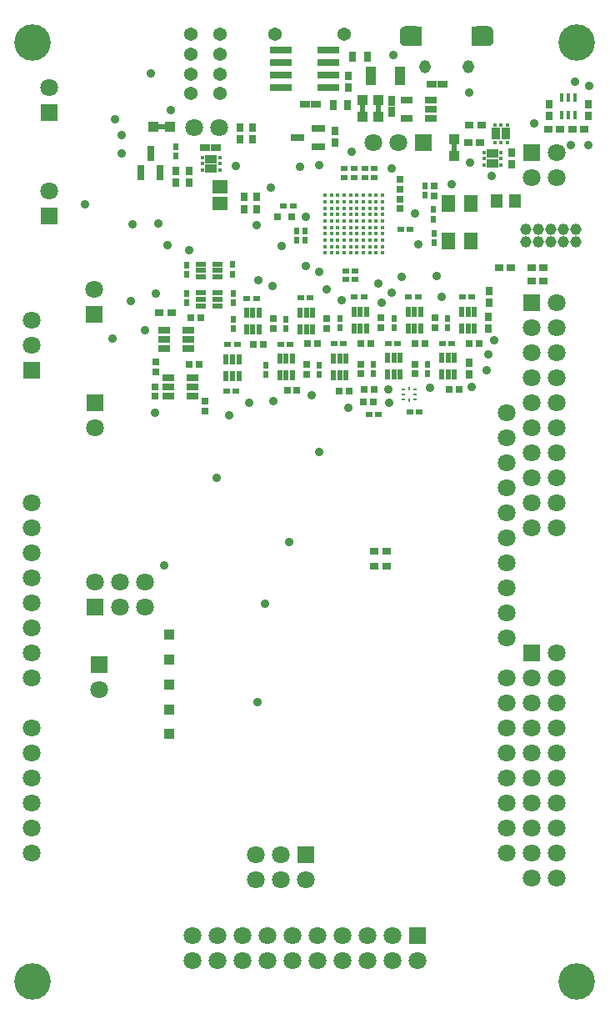
<source format=gbs>
G04 Layer_Color=16711935*
%FSLAX43Y43*%
%MOMM*%
G71*
G01*
G75*
%ADD96R,0.400X0.250*%
%ADD97R,0.250X0.400*%
%ADD115R,0.510X0.900*%
%ADD116R,0.900X0.510*%
%ADD119R,0.700X1.000*%
%ADD120R,1.000X0.700*%
%ADD121R,0.750X0.900*%
%ADD122R,0.900X0.750*%
%ADD126R,1.600X1.450*%
%ADD127R,1.050X1.100*%
%ADD129R,1.100X1.050*%
%ADD130R,0.650X0.700*%
%ADD132R,0.600X0.750*%
%ADD133R,0.800X0.800*%
%ADD134R,0.700X0.650*%
%ADD141R,0.500X1.100*%
%ADD151C,1.370*%
%ADD154C,3.700*%
%ADD156R,1.800X1.800*%
%ADD157C,1.800*%
%ADD158R,1.800X1.800*%
%ADD159C,1.150*%
G04:AMPARAMS|DCode=160|XSize=2.2mm|YSize=2mm|CornerRadius=0.544mm|HoleSize=0mm|Usage=FLASHONLY|Rotation=0.000|XOffset=0mm|YOffset=0mm|HoleType=Round|Shape=RoundedRectangle|*
%AMROUNDEDRECTD160*
21,1,2.200,0.912,0,0,0.0*
21,1,1.112,2.000,0,0,0.0*
1,1,1.088,0.556,-0.456*
1,1,1.088,-0.556,-0.456*
1,1,1.088,-0.556,0.456*
1,1,1.088,0.556,0.456*
%
%ADD160ROUNDEDRECTD160*%
G04:AMPARAMS|DCode=161|XSize=1.15mm|YSize=1.35mm|CornerRadius=0.575mm|HoleSize=0mm|Usage=FLASHONLY|Rotation=180.000|XOffset=0mm|YOffset=0mm|HoleType=Round|Shape=RoundedRectangle|*
%AMROUNDEDRECTD161*
21,1,1.150,0.200,0,0,180.0*
21,1,0.000,1.350,0,0,180.0*
1,1,1.150,0.000,0.100*
1,1,1.150,0.000,0.100*
1,1,1.150,0.000,-0.100*
1,1,1.150,0.000,-0.100*
%
%ADD161ROUNDEDRECTD161*%
%ADD163C,0.900*%
%ADD164R,1.100X0.500*%
%ADD165R,1.150X0.700*%
%ADD166R,0.750X0.600*%
%ADD167R,0.820X1.150*%
%ADD168R,0.450X0.400*%
%ADD169R,0.800X1.000*%
%ADD170R,1.150X0.820*%
%ADD171R,0.400X0.450*%
%ADD172R,1.050X1.850*%
%ADD173R,1.300X1.450*%
%ADD174R,0.700X1.500*%
%ADD175R,0.450X0.950*%
%ADD176R,1.400X0.700*%
%ADD177R,2.300X0.700*%
%ADD178R,1.150X0.750*%
%ADD179C,0.380*%
%ADD180R,1.400X1.700*%
%ADD181R,1.100X1.100*%
%ADD182R,1.100X1.100*%
G36*
X41810Y99324D02*
X41819Y99321D01*
X41828Y99317D01*
X41836Y99311D01*
X41842Y99303D01*
X41846Y99294D01*
X41849Y99285D01*
X41850Y99275D01*
Y97375D01*
X41849Y97365D01*
X41846Y97356D01*
X41842Y97347D01*
X41836Y97339D01*
X41828Y97333D01*
X41819Y97329D01*
X41810Y97326D01*
X41800Y97325D01*
X40200D01*
X40198Y97325D01*
X40196Y97325D01*
X40148Y97329D01*
X40147Y97329D01*
X40145Y97329D01*
X40092Y97336D01*
X40089Y97337D01*
X40085Y97338D01*
X40032Y97353D01*
X40030Y97353D01*
X40028Y97354D01*
X39985Y97370D01*
X39983Y97371D01*
X39981Y97372D01*
X39939Y97392D01*
X39937Y97393D01*
X39934Y97395D01*
X39890Y97423D01*
X39888Y97424D01*
X39887Y97425D01*
X39849Y97454D01*
X39847Y97455D01*
X39846Y97456D01*
X39807Y97490D01*
X39804Y97493D01*
X39801Y97496D01*
X39772Y97532D01*
X39771Y97533D01*
X39771Y97534D01*
X39743Y97571D01*
X39741Y97573D01*
X39740Y97576D01*
X39716Y97617D01*
X39715Y97619D01*
X39714Y97620D01*
X39694Y97662D01*
X39693Y97664D01*
X39692Y97666D01*
X39676Y97708D01*
X39675Y97711D01*
X39674Y97714D01*
X39662Y97765D01*
X39662Y97767D01*
X39661Y97769D01*
X39654Y97814D01*
X39654Y97816D01*
X39654Y97818D01*
X39650Y97871D01*
X39650Y97873D01*
X39650Y97875D01*
Y98775D01*
X39650Y98777D01*
X39650Y98779D01*
X39654Y98834D01*
X39654Y98836D01*
X39655Y98839D01*
X39663Y98884D01*
X39663Y98885D01*
X39663Y98887D01*
X39675Y98937D01*
X39676Y98940D01*
X39677Y98944D01*
X39693Y98984D01*
X39706Y99016D01*
X39708Y99020D01*
X39710Y99023D01*
X39735Y99066D01*
X39736Y99068D01*
X39737Y99070D01*
X39763Y99107D01*
X39764Y99108D01*
X39765Y99110D01*
X39796Y99148D01*
X39799Y99150D01*
X39801Y99153D01*
X39846Y99194D01*
X39848Y99196D01*
X39850Y99197D01*
X39890Y99227D01*
X39892Y99228D01*
X39893Y99229D01*
X39939Y99258D01*
X39942Y99260D01*
X39945Y99262D01*
X39998Y99286D01*
X40001Y99287D01*
X40005Y99288D01*
X40092Y99314D01*
X40097Y99315D01*
X40101Y99316D01*
X40101Y99316D01*
X40101Y99316D01*
X40101D01*
X40195Y99325D01*
X40198Y99325D01*
X40200Y99325D01*
X41800D01*
X41810Y99324D01*
D02*
G37*
G36*
X48602Y99325D02*
X48604Y99325D01*
X48652Y99321D01*
X48653Y99321D01*
X48655Y99321D01*
X48708Y99314D01*
X48711Y99313D01*
X48715Y99312D01*
X48768Y99297D01*
X48770Y99297D01*
X48772Y99296D01*
X48815Y99280D01*
X48817Y99279D01*
X48819Y99278D01*
X48861Y99258D01*
X48863Y99257D01*
X48866Y99255D01*
X48910Y99227D01*
X48912Y99226D01*
X48913Y99225D01*
X48951Y99196D01*
X48953Y99195D01*
X48954Y99194D01*
X48993Y99160D01*
X48996Y99157D01*
X48999Y99154D01*
X49028Y99118D01*
X49029Y99117D01*
X49029Y99116D01*
X49057Y99079D01*
X49059Y99077D01*
X49060Y99074D01*
X49084Y99033D01*
X49085Y99031D01*
X49086Y99030D01*
X49106Y98988D01*
X49107Y98986D01*
X49108Y98984D01*
X49124Y98942D01*
X49125Y98939D01*
X49126Y98936D01*
X49138Y98885D01*
X49138Y98883D01*
X49139Y98881D01*
X49146Y98836D01*
X49146Y98834D01*
X49146Y98832D01*
X49150Y98779D01*
X49150Y98777D01*
X49150Y98775D01*
Y97875D01*
X49150Y97873D01*
X49150Y97871D01*
X49146Y97816D01*
X49146Y97814D01*
X49145Y97811D01*
X49137Y97766D01*
X49137Y97765D01*
X49137Y97763D01*
X49125Y97713D01*
X49124Y97710D01*
X49123Y97706D01*
X49107Y97666D01*
X49094Y97634D01*
X49092Y97630D01*
X49090Y97627D01*
X49065Y97584D01*
X49064Y97582D01*
X49063Y97580D01*
X49037Y97543D01*
X49036Y97542D01*
X49035Y97540D01*
X49004Y97502D01*
X49001Y97500D01*
X48999Y97497D01*
X48954Y97456D01*
X48952Y97454D01*
X48950Y97453D01*
X48910Y97423D01*
X48908Y97422D01*
X48907Y97421D01*
X48861Y97392D01*
X48858Y97390D01*
X48855Y97388D01*
X48802Y97364D01*
X48799Y97363D01*
X48795Y97362D01*
X48708Y97336D01*
X48703Y97335D01*
X48699Y97334D01*
X48699Y97334D01*
X48699Y97334D01*
X48699D01*
X48605Y97325D01*
X48602Y97325D01*
X48600Y97325D01*
X47000D01*
X46990Y97326D01*
X46981Y97329D01*
X46972Y97333D01*
X46964Y97339D01*
X46958Y97347D01*
X46954Y97356D01*
X46951Y97365D01*
X46950Y97375D01*
Y99275D01*
X46951Y99285D01*
X46954Y99294D01*
X46958Y99303D01*
X46964Y99311D01*
X46972Y99317D01*
X46981Y99321D01*
X46990Y99324D01*
X47000Y99325D01*
X48600D01*
X48602Y99325D01*
D02*
G37*
D96*
X41230Y61950D02*
D03*
Y62450D02*
D03*
Y61450D02*
D03*
X40020D02*
D03*
Y62450D02*
D03*
Y61950D02*
D03*
D97*
X40625Y61350D02*
D03*
Y62550D02*
D03*
D115*
X45195Y86987D02*
D03*
X35855Y91000D02*
D03*
X37455D02*
D03*
D116*
X15488Y89145D02*
D03*
D119*
X38850Y91750D02*
D03*
Y90650D02*
D03*
D120*
X20950Y87035D02*
D03*
X19850D02*
D03*
X42850Y93450D02*
D03*
X43950D02*
D03*
X30000Y91400D02*
D03*
X31100D02*
D03*
D121*
X34400Y93100D02*
D03*
Y94300D02*
D03*
X16862Y83435D02*
D03*
Y84635D02*
D03*
X48675Y68650D02*
D03*
Y69850D02*
D03*
X46650Y63975D02*
D03*
Y65175D02*
D03*
X24675Y89050D02*
D03*
Y87850D02*
D03*
X23400Y87850D02*
D03*
Y89050D02*
D03*
X33050Y88738D02*
D03*
Y87537D02*
D03*
X54800Y91400D02*
D03*
Y90200D02*
D03*
X58800Y90200D02*
D03*
Y91400D02*
D03*
X18212Y83435D02*
D03*
Y84635D02*
D03*
X23800Y81975D02*
D03*
Y80775D02*
D03*
X25100Y80775D02*
D03*
Y81975D02*
D03*
X51050Y86525D02*
D03*
Y85325D02*
D03*
X48700Y72488D02*
D03*
Y71287D02*
D03*
D122*
X37075Y44500D02*
D03*
X38275D02*
D03*
X15225Y70225D02*
D03*
X16425D02*
D03*
X58400Y88900D02*
D03*
X57200D02*
D03*
X55900D02*
D03*
X54700D02*
D03*
X53000Y73500D02*
D03*
X54200D02*
D03*
X53000Y74800D02*
D03*
X54200D02*
D03*
X49763D02*
D03*
X50963D02*
D03*
X47775Y87550D02*
D03*
X46575D02*
D03*
X46725Y89300D02*
D03*
X47925D02*
D03*
X37075Y46000D02*
D03*
X38275D02*
D03*
D126*
X21388Y82988D02*
D03*
Y81338D02*
D03*
D127*
X45200Y87838D02*
D03*
Y86137D02*
D03*
X35850Y90150D02*
D03*
Y91850D02*
D03*
X37450Y90150D02*
D03*
Y91850D02*
D03*
D129*
X14637Y89150D02*
D03*
X16337D02*
D03*
D130*
X30200Y64975D02*
D03*
Y63975D02*
D03*
X35650Y64025D02*
D03*
Y65025D02*
D03*
X37725Y69750D02*
D03*
Y68750D02*
D03*
X32250Y68675D02*
D03*
Y69675D02*
D03*
X26800Y69625D02*
D03*
Y68625D02*
D03*
X43225Y68750D02*
D03*
Y69750D02*
D03*
X14738Y61750D02*
D03*
Y62750D02*
D03*
X41225Y64025D02*
D03*
Y65025D02*
D03*
X39700Y83800D02*
D03*
Y82800D02*
D03*
Y80800D02*
D03*
Y81800D02*
D03*
X43104Y83134D02*
D03*
Y82134D02*
D03*
X19875Y61237D02*
D03*
Y60237D02*
D03*
X14875Y64213D02*
D03*
Y65213D02*
D03*
D132*
X31475Y64950D02*
D03*
Y64000D02*
D03*
X17975Y71225D02*
D03*
Y72175D02*
D03*
X22700Y72175D02*
D03*
Y71225D02*
D03*
X33550Y69675D02*
D03*
Y68725D02*
D03*
X22712Y69550D02*
D03*
Y68600D02*
D03*
X28075Y69600D02*
D03*
Y68650D02*
D03*
X17975Y74150D02*
D03*
Y75100D02*
D03*
X22625Y75125D02*
D03*
Y74175D02*
D03*
X44500Y69675D02*
D03*
Y68725D02*
D03*
X42475Y65000D02*
D03*
Y64050D02*
D03*
X36975Y65000D02*
D03*
Y64050D02*
D03*
X39050Y69675D02*
D03*
Y68725D02*
D03*
X43135Y77370D02*
D03*
Y78320D02*
D03*
X43093Y80701D02*
D03*
Y79751D02*
D03*
X42204Y83109D02*
D03*
Y82159D02*
D03*
X30000Y78575D02*
D03*
Y77625D02*
D03*
X29125Y78575D02*
D03*
Y77625D02*
D03*
X16862Y86162D02*
D03*
Y87113D02*
D03*
X26025Y64900D02*
D03*
Y63950D02*
D03*
D133*
X27225Y80000D02*
D03*
X28625D02*
D03*
D134*
X29200Y62375D02*
D03*
X28200D02*
D03*
X34513Y62288D02*
D03*
X33513D02*
D03*
X36725Y67150D02*
D03*
X35725D02*
D03*
X25800Y67025D02*
D03*
X24800D02*
D03*
X31250Y67075D02*
D03*
X30250D02*
D03*
X47675Y67150D02*
D03*
X46675D02*
D03*
X19450Y69725D02*
D03*
X18450D02*
D03*
X45650Y62475D02*
D03*
X44650D02*
D03*
X42225Y67150D02*
D03*
X41225D02*
D03*
X19250Y65025D02*
D03*
X18250D02*
D03*
X36000Y62450D02*
D03*
X37000D02*
D03*
X35975Y61175D02*
D03*
X36975D02*
D03*
D141*
X32900Y63925D02*
D03*
X33550D02*
D03*
X34200D02*
D03*
Y65625D02*
D03*
X33550D02*
D03*
X32900D02*
D03*
X34975Y68650D02*
D03*
X35625D02*
D03*
X36275D02*
D03*
Y70350D02*
D03*
X35625D02*
D03*
X34975D02*
D03*
X24050Y68525D02*
D03*
X24700D02*
D03*
X25350D02*
D03*
Y70225D02*
D03*
X24700D02*
D03*
X24050D02*
D03*
X29500Y68575D02*
D03*
X30150D02*
D03*
X30800D02*
D03*
Y70275D02*
D03*
X30150D02*
D03*
X29500D02*
D03*
X45925Y68650D02*
D03*
X46575D02*
D03*
X47225D02*
D03*
Y70350D02*
D03*
X46575D02*
D03*
X45925D02*
D03*
X22000Y63825D02*
D03*
X22650D02*
D03*
X23300D02*
D03*
Y65525D02*
D03*
X22650D02*
D03*
X22000D02*
D03*
X43900Y63975D02*
D03*
X44550D02*
D03*
X45200D02*
D03*
Y65675D02*
D03*
X44550D02*
D03*
X43900D02*
D03*
X38400Y63975D02*
D03*
X39050D02*
D03*
X39700D02*
D03*
Y65675D02*
D03*
X39050D02*
D03*
X38400D02*
D03*
X40475Y68650D02*
D03*
X41125D02*
D03*
X41775D02*
D03*
Y70350D02*
D03*
X41125D02*
D03*
X40475D02*
D03*
X27450Y63875D02*
D03*
X28100D02*
D03*
X28750D02*
D03*
Y65575D02*
D03*
X28100D02*
D03*
X27450D02*
D03*
D151*
X21400Y92500D02*
D03*
Y96500D02*
D03*
X18400Y92500D02*
D03*
X21400Y94500D02*
D03*
X18400D02*
D03*
Y96500D02*
D03*
X21400Y98500D02*
D03*
X18400D02*
D03*
X34000D02*
D03*
X27000D02*
D03*
D154*
X2350Y2350D02*
D03*
X57650D02*
D03*
X2350Y97650D02*
D03*
X57650D02*
D03*
D156*
X9085Y34555D02*
D03*
X8700Y61075D02*
D03*
X8600Y70043D02*
D03*
X4000Y80060D02*
D03*
X53030Y71270D02*
D03*
Y35710D02*
D03*
Y86510D02*
D03*
X4000Y90590D02*
D03*
X2222Y64430D02*
D03*
D157*
X9085Y32015D02*
D03*
X30111Y12710D02*
D03*
X27571D02*
D03*
X25031D02*
D03*
X27571Y15250D02*
D03*
X25031D02*
D03*
X2222Y40790D02*
D03*
Y38250D02*
D03*
Y33170D02*
D03*
Y35710D02*
D03*
Y45870D02*
D03*
Y43330D02*
D03*
Y48410D02*
D03*
Y50950D02*
D03*
X8700Y58535D02*
D03*
X8600Y72582D02*
D03*
X4000Y82600D02*
D03*
X39475Y87475D02*
D03*
X36935D02*
D03*
X18570Y4430D02*
D03*
X28730Y6970D02*
D03*
Y4430D02*
D03*
X26190D02*
D03*
Y6970D02*
D03*
X23650Y4430D02*
D03*
Y6970D02*
D03*
X21110Y4430D02*
D03*
Y6970D02*
D03*
X18570D02*
D03*
X31270D02*
D03*
X33810D02*
D03*
Y4430D02*
D03*
X36350Y6970D02*
D03*
Y4430D02*
D03*
X38890Y6970D02*
D03*
Y4430D02*
D03*
X41430D02*
D03*
X31270D02*
D03*
X55570Y61110D02*
D03*
Y71270D02*
D03*
Y68730D02*
D03*
X53030D02*
D03*
X55570Y66190D02*
D03*
X53030D02*
D03*
X55570Y63650D02*
D03*
X53030D02*
D03*
Y61110D02*
D03*
Y48410D02*
D03*
Y50950D02*
D03*
X55570D02*
D03*
X53030Y53490D02*
D03*
X55570D02*
D03*
X53030Y56030D02*
D03*
X55570D02*
D03*
Y58570D02*
D03*
X53030D02*
D03*
X55570Y48410D02*
D03*
X8635Y42865D02*
D03*
X11175D02*
D03*
X13715D02*
D03*
X11175Y40325D02*
D03*
X13715D02*
D03*
X18730Y89050D02*
D03*
X21270D02*
D03*
X55570Y25550D02*
D03*
Y35710D02*
D03*
Y33170D02*
D03*
X53030D02*
D03*
X55570Y30630D02*
D03*
X53030D02*
D03*
X55570Y28090D02*
D03*
X53030D02*
D03*
Y25550D02*
D03*
Y12850D02*
D03*
Y15390D02*
D03*
X55570D02*
D03*
X53030Y17930D02*
D03*
X55570D02*
D03*
X53030Y20470D02*
D03*
X55570D02*
D03*
Y23010D02*
D03*
X53030D02*
D03*
X55570Y12850D02*
D03*
Y86510D02*
D03*
Y83970D02*
D03*
X53030D02*
D03*
X4000Y93130D02*
D03*
X2222Y66970D02*
D03*
Y69510D02*
D03*
X50482Y60094D02*
D03*
Y57554D02*
D03*
Y37234D02*
D03*
Y39774D02*
D03*
Y44854D02*
D03*
Y42314D02*
D03*
Y52474D02*
D03*
Y55014D02*
D03*
Y49934D02*
D03*
Y47394D02*
D03*
Y25550D02*
D03*
Y28090D02*
D03*
Y33170D02*
D03*
Y30630D02*
D03*
Y20470D02*
D03*
Y23010D02*
D03*
Y17930D02*
D03*
Y15390D02*
D03*
X2222Y28090D02*
D03*
Y25550D02*
D03*
Y20470D02*
D03*
Y23010D02*
D03*
Y15390D02*
D03*
Y17930D02*
D03*
D158*
X30111Y15250D02*
D03*
X42015Y87475D02*
D03*
X41430Y6970D02*
D03*
X8635Y40325D02*
D03*
D159*
X57550Y78695D02*
D03*
X56280D02*
D03*
X55010D02*
D03*
X53740D02*
D03*
Y77425D02*
D03*
X55010D02*
D03*
X56280D02*
D03*
X57550D02*
D03*
X52470D02*
D03*
Y78695D02*
D03*
D160*
X48050Y98325D02*
D03*
X40750D02*
D03*
D161*
X42175Y95200D02*
D03*
X46625D02*
D03*
D163*
X22318Y59820D02*
D03*
X39850Y73850D02*
D03*
X11410Y86438D02*
D03*
X23025Y85150D02*
D03*
X43425Y73938D02*
D03*
X37500Y73200D02*
D03*
X49200Y67425D02*
D03*
X48500Y64363D02*
D03*
X13762Y68475D02*
D03*
X46967Y62725D02*
D03*
X48950Y84100D02*
D03*
X48638Y65988D02*
D03*
X34457Y60634D02*
D03*
X31471Y85213D02*
D03*
X31427Y74378D02*
D03*
X26675Y72925D02*
D03*
X27650Y77025D02*
D03*
X57425Y93700D02*
D03*
X57000Y87225D02*
D03*
X34750Y86562D02*
D03*
X41200Y80350D02*
D03*
X25100Y79150D02*
D03*
X38974Y96441D02*
D03*
X14738Y60125D02*
D03*
X24340Y61077D02*
D03*
X31464Y56117D02*
D03*
X25960Y40738D02*
D03*
X28366Y47000D02*
D03*
X16023Y77127D02*
D03*
X14328Y94557D02*
D03*
X11378Y88257D02*
D03*
X18237Y76582D02*
D03*
X21066Y53500D02*
D03*
X25166Y30700D02*
D03*
X26754Y61234D02*
D03*
X46763Y85475D02*
D03*
X43875Y71875D02*
D03*
X33737Y71475D02*
D03*
X37763Y71250D02*
D03*
X58800Y87275D02*
D03*
X25275Y73525D02*
D03*
X10450Y67655D02*
D03*
X12475Y79200D02*
D03*
X12325Y71425D02*
D03*
X7625Y81275D02*
D03*
X32250Y72575D02*
D03*
X38800Y84925D02*
D03*
X41525Y77188D02*
D03*
X26575Y82975D02*
D03*
X30075Y75000D02*
D03*
X46650Y92600D02*
D03*
X30100Y79975D02*
D03*
X53275Y89450D02*
D03*
X58925Y93250D02*
D03*
X38537Y61100D02*
D03*
X38462Y62425D02*
D03*
X38787Y72262D02*
D03*
X42750Y62600D02*
D03*
X14875Y72150D02*
D03*
X15100Y79300D02*
D03*
X29513Y85088D02*
D03*
X16400Y90850D02*
D03*
X15688Y44550D02*
D03*
X30710Y61888D02*
D03*
X10675Y89909D02*
D03*
X44888Y83294D02*
D03*
D164*
X19450Y72250D02*
D03*
Y71600D02*
D03*
Y70950D02*
D03*
X21150D02*
D03*
Y71600D02*
D03*
Y72250D02*
D03*
X19450Y75175D02*
D03*
Y74525D02*
D03*
Y73875D02*
D03*
X21150D02*
D03*
Y74525D02*
D03*
Y75175D02*
D03*
D165*
X18150Y66575D02*
D03*
Y67525D02*
D03*
Y68475D02*
D03*
X15700D02*
D03*
Y67525D02*
D03*
Y66575D02*
D03*
X18575Y63675D02*
D03*
Y62725D02*
D03*
Y61775D02*
D03*
X16125D02*
D03*
Y62725D02*
D03*
Y63675D02*
D03*
D166*
X27525Y67050D02*
D03*
X28475D02*
D03*
X32975Y67100D02*
D03*
X33925D02*
D03*
X35050Y71825D02*
D03*
X36000D02*
D03*
X24125Y71700D02*
D03*
X25075D02*
D03*
X29575Y71750D02*
D03*
X30525D02*
D03*
X46000Y71825D02*
D03*
X46950D02*
D03*
X23000Y62325D02*
D03*
X22050D02*
D03*
X22175Y67025D02*
D03*
X23125D02*
D03*
X43975Y67150D02*
D03*
X44925D02*
D03*
X38475Y67150D02*
D03*
X39425D02*
D03*
X40550Y71825D02*
D03*
X41500D02*
D03*
X41650Y60175D02*
D03*
X40700D02*
D03*
X37500Y59925D02*
D03*
X36550D02*
D03*
X28800Y81100D02*
D03*
X27850D02*
D03*
X34975Y84900D02*
D03*
X34025D02*
D03*
X34975Y84000D02*
D03*
X34025D02*
D03*
X36125Y84900D02*
D03*
X37075D02*
D03*
X36125Y84000D02*
D03*
X37075D02*
D03*
X39725Y78700D02*
D03*
X40675D02*
D03*
X34150Y74500D02*
D03*
X35100D02*
D03*
X34150Y73600D02*
D03*
X35100D02*
D03*
D167*
X50415Y88425D02*
D03*
X49435Y88425D02*
D03*
D168*
X49275Y87550D02*
D03*
X49925D02*
D03*
X50575D02*
D03*
Y89300D02*
D03*
X49925D02*
D03*
X49275D02*
D03*
D169*
X36350Y96250D02*
D03*
X34850D02*
D03*
X32850Y91300D02*
D03*
X34350D02*
D03*
D170*
X20475Y85850D02*
D03*
X20475Y84870D02*
D03*
X49050Y85400D02*
D03*
X49050Y86380D02*
D03*
D171*
X21350Y84710D02*
D03*
Y85360D02*
D03*
Y86010D02*
D03*
X19600D02*
D03*
Y85360D02*
D03*
Y84710D02*
D03*
X48175Y86540D02*
D03*
Y85890D02*
D03*
Y85240D02*
D03*
X49925D02*
D03*
Y85890D02*
D03*
Y86540D02*
D03*
D172*
X39625Y94250D02*
D03*
X36675D02*
D03*
D173*
X49453Y81606D02*
D03*
X51353D02*
D03*
D174*
X14312Y86400D02*
D03*
X13363Y84500D02*
D03*
X15262D02*
D03*
D175*
X56125Y90275D02*
D03*
X56775D02*
D03*
X57425D02*
D03*
Y92125D02*
D03*
X56775D02*
D03*
X56125D02*
D03*
D176*
X31350Y88975D02*
D03*
Y87075D02*
D03*
X29250Y88025D02*
D03*
D177*
X32375Y96880D02*
D03*
Y95610D02*
D03*
Y94340D02*
D03*
Y93070D02*
D03*
X27525Y96880D02*
D03*
Y95610D02*
D03*
Y94340D02*
D03*
Y93070D02*
D03*
D178*
X42825Y91853D02*
D03*
X42825Y90900D02*
D03*
X42825Y89947D02*
D03*
X40375D02*
D03*
Y91853D02*
D03*
D179*
X37900Y76300D02*
D03*
Y76950D02*
D03*
Y77600D02*
D03*
Y78250D02*
D03*
Y79550D02*
D03*
Y80200D02*
D03*
Y80850D02*
D03*
Y78900D02*
D03*
X37250D02*
D03*
X36600D02*
D03*
X35950D02*
D03*
X35300D02*
D03*
X34650D02*
D03*
X34000D02*
D03*
X33350D02*
D03*
X32700D02*
D03*
X32050D02*
D03*
X37250Y76300D02*
D03*
X36600D02*
D03*
X35950D02*
D03*
X35300D02*
D03*
X34650D02*
D03*
X34000D02*
D03*
X33350D02*
D03*
X32700D02*
D03*
X32050D02*
D03*
X37250Y76950D02*
D03*
X36600D02*
D03*
X35950D02*
D03*
X35300D02*
D03*
X34650D02*
D03*
X34000D02*
D03*
X33350D02*
D03*
X32700D02*
D03*
X32050D02*
D03*
X37250Y77600D02*
D03*
X36600D02*
D03*
X35950D02*
D03*
X35300D02*
D03*
X34650D02*
D03*
X34000D02*
D03*
X33350D02*
D03*
X32700D02*
D03*
X32050D02*
D03*
X37250Y78250D02*
D03*
X36600D02*
D03*
X35950D02*
D03*
X35300D02*
D03*
X34650D02*
D03*
X34000D02*
D03*
X33350D02*
D03*
X32700D02*
D03*
X32050D02*
D03*
X37250Y79550D02*
D03*
X36600D02*
D03*
X35950D02*
D03*
X35300D02*
D03*
X34650D02*
D03*
X34000D02*
D03*
X33350D02*
D03*
X32050D02*
D03*
X37250Y80200D02*
D03*
X36600D02*
D03*
X35950D02*
D03*
X35300D02*
D03*
X34650D02*
D03*
X34000D02*
D03*
X33350D02*
D03*
X32700D02*
D03*
X32050D02*
D03*
X37250Y80850D02*
D03*
X36600D02*
D03*
X35950D02*
D03*
X35300D02*
D03*
X34650D02*
D03*
X34000D02*
D03*
X33350D02*
D03*
X32700D02*
D03*
X32050D02*
D03*
X37900Y81500D02*
D03*
X37250D02*
D03*
X36600D02*
D03*
X35950D02*
D03*
X35300D02*
D03*
X34650D02*
D03*
X34000D02*
D03*
X33350D02*
D03*
X32700D02*
D03*
X32050D02*
D03*
X37900Y82150D02*
D03*
X37250D02*
D03*
X36600D02*
D03*
X35950D02*
D03*
X35300D02*
D03*
X34650D02*
D03*
X34000D02*
D03*
X33350D02*
D03*
X32700D02*
D03*
X32050D02*
D03*
X32700Y79550D02*
D03*
D180*
X46900Y77550D02*
D03*
Y81350D02*
D03*
X44600D02*
D03*
Y77550D02*
D03*
D181*
X16190Y29957D02*
D03*
Y27497D02*
D03*
D182*
Y32497D02*
D03*
Y35037D02*
D03*
Y37577D02*
D03*
M02*

</source>
